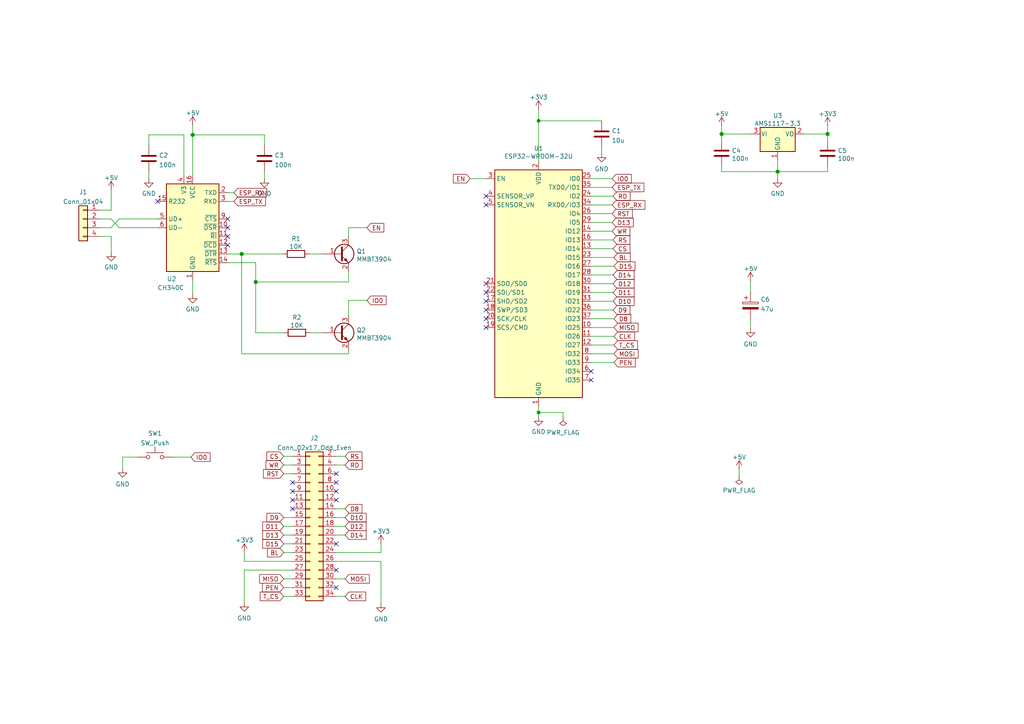
<source format=kicad_sch>
(kicad_sch (version 20211123) (generator eeschema)
  (paper "A4")
  (lib_symbols
    (symbol "Connector_Generic:Conn_01x04" (pin_names (offset 1.016) hide)
      (property "Reference" "J" (at 0 5.08 0))
      (property "Value" "Conn_01x04" (at 0 -7.62 0))
      (symbol "Conn_01x04_1_1"
        (rectangle (start -1.27 -4.953) (end 0 -5.207) (stroke (width 0.1524)))
        (rectangle (start -1.27 -2.413) (end 0 -2.667) (stroke (width 0.1524)))
        (rectangle (start -1.27 0.127) (end 0 -0.127) (stroke (width 0.1524)))
        (rectangle (start -1.27 2.667) (end 0 2.413) (stroke (width 0.1524)))
        (rectangle (start -1.27 3.81) (end 1.27 -6.35) (stroke (width 0.254)) (fill (type background)))
        (pin passive line (at -5.08 2.54 0) (length 3.81) (name "Pin_1") (number "1"))
        (pin passive line (at -5.08 0 0) (length 3.81) (name "Pin_2") (number "2"))
        (pin passive line (at -5.08 -2.54 0) (length 3.81) (name "Pin_3") (number "3"))
        (pin passive line (at -5.08 -5.08 0) (length 3.81) (name "Pin_4") (number "4"))
      )
    )
    (symbol "Connector_Generic:Conn_02x17_Odd_Even" (pin_names (offset 1.016) hide)
      (property "Reference" "J" (at 1.27 22.86 0))
      (property "Value" "Conn_02x17_Odd_Even" (at 1.27 -22.86 0))
      (symbol "Conn_02x17_Odd_Even_1_1"
        (rectangle (start -1.27 -20.193) (end 0 -20.447) (stroke (width 0.1524)))
        (rectangle (start -1.27 -17.653) (end 0 -17.907) (stroke (width 0.1524)))
        (rectangle (start -1.27 -15.113) (end 0 -15.367) (stroke (width 0.1524)))
        (rectangle (start -1.27 -12.573) (end 0 -12.827) (stroke (width 0.1524)))
        (rectangle (start -1.27 -10.033) (end 0 -10.287) (stroke (width 0.1524)))
        (rectangle (start -1.27 -7.493) (end 0 -7.747) (stroke (width 0.1524)))
        (rectangle (start -1.27 -4.953) (end 0 -5.207) (stroke (width 0.1524)))
        (rectangle (start -1.27 -2.413) (end 0 -2.667) (stroke (width 0.1524)))
        (rectangle (start -1.27 0.127) (end 0 -0.127) (stroke (width 0.1524)))
        (rectangle (start -1.27 2.667) (end 0 2.413) (stroke (width 0.1524)))
        (rectangle (start -1.27 5.207) (end 0 4.953) (stroke (width 0.1524)))
        (rectangle (start -1.27 7.747) (end 0 7.493) (stroke (width 0.1524)))
        (rectangle (start -1.27 10.287) (end 0 10.033) (stroke (width 0.1524)))
        (rectangle (start -1.27 12.827) (end 0 12.573) (stroke (width 0.1524)))
        (rectangle (start -1.27 15.367) (end 0 15.113) (stroke (width 0.1524)))
        (rectangle (start -1.27 17.907) (end 0 17.653) (stroke (width 0.1524)))
        (rectangle (start -1.27 20.447) (end 0 20.193) (stroke (width 0.1524)))
        (rectangle (start -1.27 21.59) (end 3.81 -21.59) (stroke (width 0.254)) (fill (type background)))
        (rectangle (start 3.81 -20.193) (end 2.54 -20.447) (stroke (width 0.1524)))
        (rectangle (start 3.81 -17.653) (end 2.54 -17.907) (stroke (width 0.1524)))
        (rectangle (start 3.81 -15.113) (end 2.54 -15.367) (stroke (width 0.1524)))
        (rectangle (start 3.81 -12.573) (end 2.54 -12.827) (stroke (width 0.1524)))
        (rectangle (start 3.81 -10.033) (end 2.54 -10.287) (stroke (width 0.1524)))
        (rectangle (start 3.81 -7.493) (end 2.54 -7.747) (stroke (width 0.1524)))
        (rectangle (start 3.81 -4.953) (end 2.54 -5.207) (stroke (width 0.1524)))
        (rectangle (start 3.81 -2.413) (end 2.54 -2.667) (stroke (width 0.1524)))
        (rectangle (start 3.81 0.127) (end 2.54 -0.127) (stroke (width 0.1524)))
        (rectangle (start 3.81 2.667) (end 2.54 2.413) (stroke (width 0.1524)))
        (rectangle (start 3.81 5.207) (end 2.54 4.953) (stroke (width 0.1524)))
        (rectangle (start 3.81 7.747) (end 2.54 7.493) (stroke (width 0.1524)))
        (rectangle (start 3.81 10.287) (end 2.54 10.033) (stroke (width 0.1524)))
        (rectangle (start 3.81 12.827) (end 2.54 12.573) (stroke (width 0.1524)))
        (rectangle (start 3.81 15.367) (end 2.54 15.113) (stroke (width 0.1524)))
        (rectangle (start 3.81 17.907) (end 2.54 17.653) (stroke (width 0.1524)))
        (rectangle (start 3.81 20.447) (end 2.54 20.193) (stroke (width 0.1524)))
        (pin passive line (at -5.08 20.32 0) (length 3.81) (name "Pin_1") (number "1"))
        (pin passive line (at 7.62 10.16 180) (length 3.81) (name "Pin_10") (number "10"))
        (pin passive line (at -5.08 7.62 0) (length 3.81) (name "Pin_11") (number "11"))
        (pin passive line (at 7.62 7.62 180) (length 3.81) (name "Pin_12") (number "12"))
        (pin passive line (at -5.08 5.08 0) (length 3.81) (name "Pin_13") (number "13"))
        (pin passive line (at 7.62 5.08 180) (length 3.81) (name "Pin_14") (number "14"))
        (pin passive line (at -5.08 2.54 0) (length 3.81) (name "Pin_15") (number "15"))
        (pin passive line (at 7.62 2.54 180) (length 3.81) (name "Pin_16") (number "16"))
        (pin passive line (at -5.08 0 0) (length 3.81) (name "Pin_17") (number "17"))
        (pin passive line (at 7.62 0 180) (length 3.81) (name "Pin_18") (number "18"))
        (pin passive line (at -5.08 -2.54 0) (length 3.81) (name "Pin_19") (number "19"))
        (pin passive line (at 7.62 20.32 180) (length 3.81) (name "Pin_2") (number "2"))
        (pin passive line (at 7.62 -2.54 180) (length 3.81) (name "Pin_20") (number "20"))
        (pin passive line (at -5.08 -5.08 0) (length 3.81) (name "Pin_21") (number "21"))
        (pin passive line (at 7.62 -5.08 180) (length 3.81) (name "Pin_22") (number "22"))
        (pin passive line (at -5.08 -7.62 0) (length 3.81) (name "Pin_23") (number "23"))
        (pin passive line (at 7.62 -7.62 180) (length 3.81) (name "Pin_24") (number "24"))
        (pin passive line (at -5.08 -10.16 0) (length 3.81) (name "Pin_25") (number "25"))
        (pin passive line (at 7.62 -10.16 180) (length 3.81) (name "Pin_26") (number "26"))
        (pin passive line (at -5.08 -12.7 0) (length 3.81) (name "Pin_27") (number "27"))
        (pin passive line (at 7.62 -12.7 180) (length 3.81) (name "Pin_28") (number "28"))
        (pin passive line (at -5.08 -15.24 0) (length 3.81) (name "Pin_29") (number "29"))
        (pin passive line (at -5.08 17.78 0) (length 3.81) (name "Pin_3") (number "3"))
        (pin passive line (at 7.62 -15.24 180) (length 3.81) (name "Pin_30") (number "30"))
        (pin passive line (at -5.08 -17.78 0) (length 3.81) (name "Pin_31") (number "31"))
        (pin passive line (at 7.62 -17.78 180) (length 3.81) (name "Pin_32") (number "32"))
        (pin passive line (at -5.08 -20.32 0) (length 3.81) (name "Pin_33") (number "33"))
        (pin passive line (at 7.62 -20.32 180) (length 3.81) (name "Pin_34") (number "34"))
        (pin passive line (at 7.62 17.78 180) (length 3.81) (name "Pin_4") (number "4"))
        (pin passive line (at -5.08 15.24 0) (length 3.81) (name "Pin_5") (number "5"))
        (pin passive line (at 7.62 15.24 180) (length 3.81) (name "Pin_6") (number "6"))
        (pin passive line (at -5.08 12.7 0) (length 3.81) (name "Pin_7") (number "7"))
        (pin passive line (at 7.62 12.7 180) (length 3.81) (name "Pin_8") (number "8"))
        (pin passive line (at -5.08 10.16 0) (length 3.81) (name "Pin_9") (number "9"))
      )
    )
    (symbol "Device:C" (pin_numbers hide) (pin_names (offset 0.254))
      (property "Reference" "C" (at 0.635 2.54 0))
      (property "Value" "C" (at 0.635 -2.54 0))
      (symbol "C_0_1"
        (polyline (pts (xy -2.032 -0.762) (xy 2.032 -0.762)) (stroke (width 0.508)))
        (polyline (pts (xy -2.032 0.762) (xy 2.032 0.762)) (stroke (width 0.508)))
      )
      (symbol "C_1_1"
        (pin passive line (at 0 3.81 270) (length 2.794) (name "~") (number "1"))
        (pin passive line (at 0 -3.81 90) (length 2.794) (name "~") (number "2"))
      )
    )
    (symbol "Device:CP" (pin_numbers hide) (pin_names (offset 0.254))
      (property "Reference" "C" (at 0.635 2.54 0))
      (property "Value" "CP" (at 0.635 -2.54 0))
      (symbol "CP_0_1"
        (rectangle (start -2.286 0.508) (end -2.286 1.016))
        (rectangle (start -2.286 0.508) (end 2.286 0.508))
        (polyline (pts (xy -1.778 2.286) (xy -0.762 2.286)))
        (polyline (pts (xy -1.27 2.794) (xy -1.27 1.778)))
        (rectangle (start 2.286 -0.508) (end -2.286 -1.016) (fill (type outline)))
        (rectangle (start 2.286 1.016) (end -2.286 1.016))
        (rectangle (start 2.286 1.016) (end 2.286 0.508))
      )
      (symbol "CP_1_1"
        (pin passive line (at 0 3.81 270) (length 2.794) (name "~") (number "1"))
        (pin passive line (at 0 -3.81 90) (length 2.794) (name "~") (number "2"))
      )
    )
    (symbol "Device:Q_NPN_BEC" (pin_names (offset 0) hide)
      (property "Reference" "Q" (at 5.08 1.27 0))
      (property "Value" "Q_NPN_BEC" (at 5.08 -1.27 0))
      (symbol "Q_NPN_BEC_0_1"
        (polyline (pts (xy 0.635 0.635) (xy 2.54 2.54)))
        (polyline (pts (xy 0.635 -0.635) (xy 2.54 -2.54) (xy 2.54 -2.54)))
        (polyline (pts (xy 0.635 1.905) (xy 0.635 -1.905) (xy 0.635 -1.905)) (stroke (width 0.508)))
        (polyline (pts (xy 1.27 -1.778) (xy 1.778 -1.27) (xy 2.286 -2.286) (xy 1.27 -1.778) (xy 1.27 -1.778)) (fill (type outline)))
        (circle (center 1.27 0) (radius 2.8194) (stroke (width 0.254)))
      )
      (symbol "Q_NPN_BEC_1_1"
        (pin input line (at -5.08 0 0) (length 5.715) (name "B") (number "1"))
        (pin passive line (at 2.54 -5.08 90) (length 2.54) (name "E") (number "2"))
        (pin passive line (at 2.54 5.08 270) (length 2.54) (name "C") (number "3"))
      )
    )
    (symbol "Device:R" (pin_numbers hide) (pin_names (offset 0))
      (property "Reference" "R" (at 2.032 0 90))
      (property "Value" "R" (at 0 0 90))
      (symbol "R_0_1"
        (rectangle (start -1.016 -2.54) (end 1.016 2.54) (stroke (width 0.254)))
      )
      (symbol "R_1_1"
        (pin passive line (at 0 3.81 270) (length 1.27) (name "~") (number "1"))
        (pin passive line (at 0 -3.81 90) (length 1.27) (name "~") (number "2"))
      )
    )
    (symbol "Interface_USB:CH340C"
      (property "Reference" "U" (at -5.08 13.97 0))
      (property "Value" "CH340C" (at 1.27 13.97 0))
      (symbol "CH340C_0_1"
        (rectangle (start -7.62 12.7) (end 7.62 -12.7) (stroke (width 0.254)) (fill (type background)))
      )
      (symbol "CH340C_1_1"
        (pin power_in line (at 0 -15.24 90) (length 2.54) (name "GND") (number "1"))
        (pin input line (at 10.16 0 180) (length 2.54) (name "~{DSR}") (number "10"))
        (pin input line (at 10.16 -2.54 180) (length 2.54) (name "~{RI}") (number "11"))
        (pin input line (at 10.16 -5.08 180) (length 2.54) (name "~{DCD}") (number "12"))
        (pin output line (at 10.16 -7.62 180) (length 2.54) (name "~{DTR}") (number "13"))
        (pin output line (at 10.16 -10.16 180) (length 2.54) (name "~{RTS}") (number "14"))
        (pin input line (at -10.16 7.62 0) (length 2.54) (name "R232") (number "15"))
        (pin power_in line (at 0 15.24 270) (length 2.54) (name "VCC") (number "16"))
        (pin output line (at 10.16 10.16 180) (length 2.54) (name "TXD") (number "2"))
        (pin input line (at 10.16 7.62 180) (length 2.54) (name "RXD") (number "3"))
        (pin passive line (at -2.54 15.24 270) (length 2.54) (name "V3") (number "4"))
        (pin bidirectional line (at -10.16 2.54 0) (length 2.54) (name "UD+") (number "5"))
        (pin bidirectional line (at -10.16 0 0) (length 2.54) (name "UD-") (number "6"))
        (pin no_connect line (at -7.62 -7.62 0) (length 2.54) hide (name "NC") (number "7"))
        (pin no_connect line (at -7.62 -10.16 0) (length 2.54) hide (name "NC") (number "8"))
        (pin input line (at 10.16 2.54 180) (length 2.54) (name "~{CTS}") (number "9"))
      )
    )
    (symbol "RF_Module:ESP32-WROOM-32U"
      (property "Reference" "U" (at -12.7 34.29 0))
      (property "Value" "ESP32-WROOM-32U" (at 1.27 34.29 0))
      (symbol "ESP32-WROOM-32U_0_1"
        (rectangle (start -12.7 33.02) (end 12.7 -33.02) (stroke (width 0.254)) (fill (type background)))
      )
      (symbol "ESP32-WROOM-32U_1_1"
        (pin power_in line (at 0 -35.56 90) (length 2.54) (name "GND") (number "1"))
        (pin bidirectional line (at 15.24 -12.7 180) (length 2.54) (name "IO25") (number "10"))
        (pin bidirectional line (at 15.24 -15.24 180) (length 2.54) (name "IO26") (number "11"))
        (pin bidirectional line (at 15.24 -17.78 180) (length 2.54) (name "IO27") (number "12"))
        (pin bidirectional line (at 15.24 10.16 180) (length 2.54) (name "IO14") (number "13"))
        (pin bidirectional line (at 15.24 15.24 180) (length 2.54) (name "IO12") (number "14"))
        (pin passive line (at 0 -35.56 90) (length 2.54) hide (name "GND") (number "15"))
        (pin bidirectional line (at 15.24 12.7 180) (length 2.54) (name "IO13") (number "16"))
        (pin bidirectional line (at -15.24 -5.08 0) (length 2.54) (name "SHD/SD2") (number "17"))
        (pin bidirectional line (at -15.24 -7.62 0) (length 2.54) (name "SWP/SD3") (number "18"))
        (pin bidirectional line (at -15.24 -12.7 0) (length 2.54) (name "SCS/CMD") (number "19"))
        (pin power_in line (at 0 35.56 270) (length 2.54) (name "VDD") (number "2"))
        (pin bidirectional line (at -15.24 -10.16 0) (length 2.54) (name "SCK/CLK") (number "20"))
        (pin bidirectional line (at -15.24 0 0) (length 2.54) (name "SDO/SD0") (number "21"))
        (pin bidirectional line (at -15.24 -2.54 0) (length 2.54) (name "SDI/SD1") (number "22"))
        (pin bidirectional line (at 15.24 7.62 180) (length 2.54) (name "IO15") (number "23"))
        (pin bidirectional line (at 15.24 25.4 180) (length 2.54) (name "IO2") (number "24"))
        (pin bidirectional line (at 15.24 30.48 180) (length 2.54) (name "IO0") (number "25"))
        (pin bidirectional line (at 15.24 20.32 180) (length 2.54) (name "IO4") (number "26"))
        (pin bidirectional line (at 15.24 5.08 180) (length 2.54) (name "IO16") (number "27"))
        (pin bidirectional line (at 15.24 2.54 180) (length 2.54) (name "IO17") (number "28"))
        (pin bidirectional line (at 15.24 17.78 180) (length 2.54) (name "IO5") (number "29"))
        (pin input line (at -15.24 30.48 0) (length 2.54) (name "EN") (number "3"))
        (pin bidirectional line (at 15.24 0 180) (length 2.54) (name "IO18") (number "30"))
        (pin bidirectional line (at 15.24 -2.54 180) (length 2.54) (name "IO19") (number "31"))
        (pin no_connect line (at -12.7 -27.94 0) (length 2.54) hide (name "NC") (number "32"))
        (pin bidirectional line (at 15.24 -5.08 180) (length 2.54) (name "IO21") (number "33"))
        (pin bidirectional line (at 15.24 22.86 180) (length 2.54) (name "RXD0/IO3") (number "34"))
        (pin bidirectional line (at 15.24 27.94 180) (length 2.54) (name "TXD0/IO1") (number "35"))
        (pin bidirectional line (at 15.24 -7.62 180) (length 2.54) (name "IO22") (number "36"))
        (pin bidirectional line (at 15.24 -10.16 180) (length 2.54) (name "IO23") (number "37"))
        (pin passive line (at 0 -35.56 90) (length 2.54) hide (name "GND") (number "38"))
        (pin passive line (at 0 -35.56 90) (length 2.54) hide (name "GND") (number "39"))
        (pin input line (at -15.24 25.4 0) (length 2.54) (name "SENSOR_VP") (number "4"))
        (pin input line (at -15.24 22.86 0) (length 2.54) (name "SENSOR_VN") (number "5"))
        (pin input line (at 15.24 -25.4 180) (length 2.54) (name "IO34") (number "6"))
        (pin input line (at 15.24 -27.94 180) (length 2.54) (name "IO35") (number "7"))
        (pin bidirectional line (at 15.24 -20.32 180) (length 2.54) (name "IO32") (number "8"))
        (pin bidirectional line (at 15.24 -22.86 180) (length 2.54) (name "IO33") (number "9"))
      )
    )
    (symbol "Regulator_Linear:AMS1117-3.3" (pin_names (offset 0.254))
      (property "Reference" "U" (at -3.81 3.175 0))
      (property "Value" "AMS1117-3.3" (at 0 3.175 0))
      (symbol "AMS1117-3.3_0_1"
        (rectangle (start -5.08 -5.08) (end 5.08 1.905) (stroke (width 0.254)) (fill (type background)))
      )
      (symbol "AMS1117-3.3_1_1"
        (pin power_in line (at 0 -7.62 90) (length 2.54) (name "GND") (number "1"))
        (pin power_out line (at 7.62 0 180) (length 2.54) (name "VO") (number "2"))
        (pin power_in line (at -7.62 0 0) (length 2.54) (name "VI") (number "3"))
      )
    )
    (symbol "Switch:SW_Push" (pin_numbers hide) (pin_names (offset 1.016) hide)
      (property "Reference" "SW" (at 1.27 2.54 0))
      (property "Value" "SW_Push" (at 0 -1.524 0))
      (symbol "SW_Push_0_1"
        (circle (center -2.032 0) (radius 0.508))
        (polyline (pts (xy 0 1.27) (xy 0 3.048)))
        (polyline (pts (xy 2.54 1.27) (xy -2.54 1.27)))
        (circle (center 2.032 0) (radius 0.508))
        (pin passive line (at -5.08 0 0) (length 2.54) (name "1") (number "1"))
        (pin passive line (at 5.08 0 180) (length 2.54) (name "2") (number "2"))
      )
    )
    (symbol "power:+3.3V" (power) (pin_names (offset 0))
      (property "Value" "+3.3V" (at 0 3.556 0))
      (symbol "+3.3V_0_1"
        (polyline (pts (xy -0.762 1.27) (xy 0 2.54)))
        (polyline (pts (xy 0 0) (xy 0 2.54)))
        (polyline (pts (xy 0 2.54) (xy 0.762 1.27)))
      )
      (symbol "+3.3V_1_1"
        (pin power_in line (at 0 0 90) (length 0) hide (name "+3V3") (number "1"))
      )
    )
    (symbol "power:+3V3" (power) (pin_names (offset 0))
      (property "Value" "+3V3" (at 0 3.556 0))
      (symbol "+3V3_0_1"
        (polyline (pts (xy -0.762 1.27) (xy 0 2.54)))
        (polyline (pts (xy 0 0) (xy 0 2.54)))
        (polyline (pts (xy 0 2.54) (xy 0.762 1.27)))
      )
      (symbol "+3V3_1_1"
        (pin power_in line (at 0 0 90) (length 0) hide (name "+3V3") (number "1"))
      )
    )
    (symbol "power:+5V" (power) (pin_names (offset 0))
      (property "Value" "+5V" (at 0 3.556 0))
      (symbol "+5V_0_1"
        (polyline (pts (xy -0.762 1.27) (xy 0 2.54)))
        (polyline (pts (xy 0 0) (xy 0 2.54)))
        (polyline (pts (xy 0 2.54) (xy 0.762 1.27)))
      )
      (symbol "+5V_1_1"
        (pin power_in line (at 0 0 90) (length 0) hide (name "+5V") (number "1"))
      )
    )
    (symbol "power:GND" (power) (pin_names (offset 0))
      (property "Value" "GND" (at 0 -3.81 0))
      (symbol "GND_0_1"
        (polyline (pts (xy 0 0) (xy 0 -1.27) (xy 1.27 -1.27) (xy 0 -2.54) (xy -1.27 -1.27) (xy 0 -1.27)))
      )
      (symbol "GND_1_1"
        (pin power_in line (at 0 0 270) (length 0) hide (name "GND") (number "1"))
      )
    )
    (symbol "power:PWR_FLAG" (power) (pin_numbers hide) (pin_names (offset 0) hide)
      (property "Value" "PWR_FLAG" (at 0 3.81 0))
      (symbol "PWR_FLAG_0_0"
        (pin power_out line (at 0 0 90) (length 0) (name "pwr") (number "1"))
      )
      (symbol "PWR_FLAG_0_1"
        (polyline (pts (xy 0 0) (xy 0 1.27) (xy -1.016 1.905) (xy 0 2.54) (xy 1.016 1.905) (xy 0 1.27)))
      )
    )
  )
  (junction (at 156.21 119.634))
  (junction (at 55.88 39.116) (diameter 1.016))
  (junction (at 70.104 73.66) (diameter 1.016))
  (junction (at 74.168 81.788) (diameter 1.016))
  (junction (at 225.552 49.784) (diameter 1.016))
  (junction (at 209.296 38.862) (diameter 1.016))
  (junction (at 240.03 38.862) (diameter 1.016))
  (junction (at 156.21 35.052))
  (no_connect (at 45.72 58.42))
  (no_connect (at 66.04 63.5))
  (no_connect (at 66.04 66.04))
  (no_connect (at 66.04 68.58))
  (no_connect (at 66.04 71.12))
  (no_connect (at 97.536 165.354))
  (no_connect (at 97.536 170.434))
  (no_connect (at 140.97 56.896))
  (no_connect (at 140.97 59.436))
  (no_connect (at 140.97 82.296))
  (no_connect (at 140.97 84.836))
  (no_connect (at 84.836 139.954))
  (no_connect (at 97.536 139.954))
  (no_connect (at 84.836 142.494))
  (no_connect (at 97.536 145.034))
  (no_connect (at 97.536 142.494))
  (no_connect (at 97.536 137.414))
  (no_connect (at 84.836 145.034))
  (no_connect (at 84.836 147.574))
  (no_connect (at 97.536 157.734))
  (no_connect (at 171.45 107.696))
  (no_connect (at 171.45 110.236))
  (no_connect (at 140.97 87.376))
  (no_connect (at 140.97 89.916))
  (no_connect (at 140.97 92.456))
  (no_connect (at 140.97 94.996))
  (wire (pts (xy 171.45 77.216) (xy 178.054 77.216)))
  (wire (pts (xy 171.45 64.516) (xy 177.546 64.516)))
  (wire (pts (xy 156.21 117.856) (xy 156.21 119.634)))
  (wire (pts (xy 35.56 135.89) (xy 35.56 132.588)))
  (wire (pts (xy 82.296 170.434) (xy 84.836 170.434)))
  (wire (pts (xy 171.45 54.356) (xy 177.546 54.356)))
  (wire (pts (xy 110.49 160.274) (xy 97.536 160.274)))
  (wire (pts (xy 82.296 155.194) (xy 84.836 155.194)))
  (wire (pts (xy 171.45 69.596) (xy 177.8 69.596)))
  (wire (pts (xy 217.678 92.456) (xy 217.678 95.25)))
  (wire (pts (xy 171.45 105.156) (xy 178.054 105.156)))
  (wire (pts (xy 171.45 51.816) (xy 177.546 51.816)))
  (wire (pts (xy 97.536 134.874) (xy 100.076 134.874)))
  (wire (pts (xy 110.49 162.814) (xy 97.536 162.814)))
  (wire (pts (xy 82.296 152.654) (xy 84.836 152.654)))
  (wire (pts (xy 76.708 49.784) (xy 76.708 51.816)))
  (wire (pts (xy 82.296 150.114) (xy 84.836 150.114)))
  (wire (pts (xy 97.536 172.974) (xy 100.076 172.974)))
  (wire (pts (xy 32.258 68.58) (xy 32.258 73.152)))
  (wire (pts (xy 70.866 160.274) (xy 70.866 162.814)))
  (wire (pts (xy 70.866 174.752) (xy 70.866 165.354)))
  (wire (pts (xy 171.45 82.296) (xy 177.8 82.296)))
  (wire (pts (xy 240.03 36.576) (xy 240.03 38.862)))
  (wire (pts (xy 240.03 38.862) (xy 240.03 40.64)))
  (wire (pts (xy 29.21 66.04) (xy 32.258 66.04)))
  (wire (pts (xy 82.296 137.414) (xy 84.836 137.414)))
  (wire (pts (xy 82.296 160.274) (xy 84.836 160.274)))
  (wire (pts (xy 209.296 49.784) (xy 225.552 49.784)))
  (wire (pts (xy 171.45 72.136) (xy 177.8 72.136)))
  (wire (pts (xy 66.04 76.2) (xy 74.168 76.2)))
  (wire (pts (xy 74.168 76.2) (xy 74.168 81.788)))
  (wire (pts (xy 74.168 81.788) (xy 74.168 96.52)))
  (wire (pts (xy 74.168 96.52) (xy 82.296 96.52)))
  (wire (pts (xy 171.45 84.836) (xy 177.8 84.836)))
  (wire (pts (xy 43.18 49.784) (xy 43.18 51.816)))
  (wire (pts (xy 156.21 119.634) (xy 156.21 120.904)))
  (wire (pts (xy 82.296 172.974) (xy 84.836 172.974)))
  (wire (pts (xy 34.544 63.5) (xy 45.72 63.5)))
  (wire (pts (xy 217.678 81.534) (xy 217.678 84.836)))
  (wire (pts (xy 55.88 36.322) (xy 55.88 39.116)))
  (wire (pts (xy 171.45 92.456) (xy 178.054 92.456)))
  (wire (pts (xy 32.258 66.04) (xy 34.544 63.5)))
  (wire (pts (xy 174.498 42.672) (xy 174.498 44.45)))
  (wire (pts (xy 240.03 49.784) (xy 225.552 49.784)))
  (wire (pts (xy 66.04 73.66) (xy 70.104 73.66)))
  (wire (pts (xy 70.104 73.66) (xy 82.042 73.66)))
  (wire (pts (xy 32.258 55.118) (xy 32.258 60.96)))
  (wire (pts (xy 101.092 66.04) (xy 101.092 68.58)))
  (wire (pts (xy 106.426 66.04) (xy 101.092 66.04)))
  (wire (pts (xy 82.296 157.734) (xy 84.836 157.734)))
  (wire (pts (xy 55.88 39.116) (xy 55.88 50.8)))
  (wire (pts (xy 163.322 119.634) (xy 156.21 119.634)))
  (wire (pts (xy 97.536 152.654) (xy 100.076 152.654)))
  (wire (pts (xy 171.45 94.996) (xy 178.054 94.996)))
  (wire (pts (xy 163.322 120.904) (xy 163.322 119.634)))
  (wire (pts (xy 32.258 63.5) (xy 34.544 66.04)))
  (wire (pts (xy 110.49 175.006) (xy 110.49 162.814)))
  (wire (pts (xy 97.536 155.194) (xy 100.076 155.194)))
  (wire (pts (xy 50.038 132.588) (xy 55.372 132.588)))
  (wire (pts (xy 171.45 61.976) (xy 177.546 61.976)))
  (wire (pts (xy 209.296 36.576) (xy 209.296 38.862)))
  (wire (pts (xy 209.296 38.862) (xy 217.932 38.862)))
  (wire (pts (xy 97.536 167.894) (xy 100.076 167.894)))
  (wire (pts (xy 43.18 39.116) (xy 53.34 39.116)))
  (wire (pts (xy 43.18 42.164) (xy 43.18 39.116)))
  (wire (pts (xy 53.34 39.116) (xy 53.34 50.8)))
  (wire (pts (xy 110.49 157.734) (xy 110.49 160.274)))
  (wire (pts (xy 35.56 132.588) (xy 39.878 132.588)))
  (wire (pts (xy 156.21 31.75) (xy 156.21 35.052)))
  (wire (pts (xy 209.296 48.26) (xy 209.296 49.784)))
  (wire (pts (xy 29.21 68.58) (xy 32.258 68.58)))
  (wire (pts (xy 66.04 58.42) (xy 67.818 58.42)))
  (wire (pts (xy 66.04 55.88) (xy 67.818 55.88)))
  (wire (pts (xy 55.88 81.28) (xy 55.88 85.344)))
  (wire (pts (xy 101.092 78.74) (xy 101.092 81.788)))
  (wire (pts (xy 101.092 81.788) (xy 74.168 81.788)))
  (wire (pts (xy 171.45 102.616) (xy 178.054 102.616)))
  (wire (pts (xy 29.21 63.5) (xy 32.258 63.5)))
  (wire (pts (xy 34.544 66.04) (xy 45.72 66.04)))
  (wire (pts (xy 156.21 35.052) (xy 156.21 46.736)))
  (wire (pts (xy 171.45 67.056) (xy 177.546 67.056)))
  (wire (pts (xy 89.662 73.66) (xy 93.472 73.66)))
  (wire (pts (xy 97.536 147.574) (xy 100.076 147.574)))
  (wire (pts (xy 101.092 87.122) (xy 101.092 91.44)))
  (wire (pts (xy 106.426 87.122) (xy 101.092 87.122)))
  (wire (pts (xy 171.45 56.896) (xy 177.8 56.896)))
  (wire (pts (xy 214.376 136.144) (xy 214.376 137.922)))
  (wire (pts (xy 233.172 38.862) (xy 240.03 38.862)))
  (wire (pts (xy 70.866 165.354) (xy 84.836 165.354)))
  (wire (pts (xy 76.708 39.116) (xy 55.88 39.116)))
  (wire (pts (xy 76.708 42.164) (xy 76.708 39.116)))
  (wire (pts (xy 97.536 150.114) (xy 100.076 150.114)))
  (wire (pts (xy 171.45 79.756) (xy 177.8 79.756)))
  (wire (pts (xy 82.296 134.874) (xy 84.836 134.874)))
  (wire (pts (xy 82.296 167.894) (xy 84.836 167.894)))
  (wire (pts (xy 171.45 87.376) (xy 177.8 87.376)))
  (wire (pts (xy 171.45 100.076) (xy 178.054 100.076)))
  (wire (pts (xy 97.536 132.334) (xy 100.076 132.334)))
  (wire (pts (xy 70.866 162.814) (xy 84.836 162.814)))
  (wire (pts (xy 240.03 49.784) (xy 240.03 48.26)))
  (wire (pts (xy 82.296 132.334) (xy 84.836 132.334)))
  (wire (pts (xy 225.552 46.482) (xy 225.552 49.784)))
  (wire (pts (xy 225.552 49.784) (xy 225.552 51.816)))
  (wire (pts (xy 156.21 35.052) (xy 174.498 35.052)))
  (wire (pts (xy 171.45 59.436) (xy 177.546 59.436)))
  (wire (pts (xy 171.45 97.536) (xy 178.054 97.536)))
  (wire (pts (xy 171.45 74.676) (xy 178.054 74.676)))
  (wire (pts (xy 171.45 89.916) (xy 177.8 89.916)))
  (wire (pts (xy 89.916 96.52) (xy 93.472 96.52)))
  (wire (pts (xy 209.296 38.862) (xy 209.296 40.64)))
  (wire (pts (xy 136.398 51.816) (xy 140.97 51.816)))
  (wire (pts (xy 70.104 102.616) (xy 70.104 73.66)))
  (wire (pts (xy 101.092 101.6) (xy 101.092 102.616)))
  (wire (pts (xy 101.092 102.616) (xy 70.104 102.616)))
  (wire (pts (xy 32.258 60.96) (xy 29.21 60.96)))
  (global_label "EN" (shape input) (at 136.398 51.816 180) (property "Intersheet References" "${INTERSHEET_REFS}" (effects hide)))
  (global_label "MISO" (shape input) (at 178.054 94.996 0) (property "Intersheet References" "${INTERSHEET_REFS}" (effects hide)))
  (global_label "ESP_TX" (shape input) (at 67.818 58.42 0) (property "Intersheet References" "${INTERSHEET_REFS}" (effects hide)))
  (global_label "RD" (shape input) (at 100.076 134.874 0) (property "Intersheet References" "${INTERSHEET_REFS}" (effects hide)))
  (global_label "D11" (shape input) (at 82.296 152.654 180) (property "Intersheet References" "${INTERSHEET_REFS}" (effects hide)))
  (global_label "WR" (shape input) (at 177.546 67.056 0) (property "Intersheet References" "${INTERSHEET_REFS}" (effects hide)))
  (global_label "IO0" (shape input) (at 177.546 51.816 0) (property "Intersheet References" "${INTERSHEET_REFS}" (effects hide)))
  (global_label "D10" (shape input) (at 177.8 87.376 0) (property "Intersheet References" "${INTERSHEET_REFS}" (effects hide)))
  (global_label "D14" (shape input) (at 100.076 155.194 0) (property "Intersheet References" "${INTERSHEET_REFS}" (effects hide)))
  (global_label "D8" (shape input) (at 100.076 147.574 0) (property "Intersheet References" "${INTERSHEET_REFS}" (effects hide)))
  (global_label "D15" (shape input) (at 178.054 77.216 0) (property "Intersheet References" "${INTERSHEET_REFS}" (effects hide)))
  (global_label "D11" (shape input) (at 177.8 84.836 0) (property "Intersheet References" "${INTERSHEET_REFS}" (effects hide)))
  (global_label "IO0" (shape input) (at 55.372 132.588 0) (property "Intersheet References" "${INTERSHEET_REFS}" (effects hide)))
  (global_label "CS" (shape input) (at 82.296 132.334 180) (property "Intersheet References" "${INTERSHEET_REFS}" (effects hide)))
  (global_label "CLK" (shape input) (at 100.076 172.974 0) (property "Intersheet References" "${INTERSHEET_REFS}" (effects hide)))
  (global_label "ESP_TX" (shape input) (at 177.546 54.356 0) (property "Intersheet References" "${INTERSHEET_REFS}" (effects hide)))
  (global_label "ESP_RX" (shape input) (at 67.818 55.88 0) (property "Intersheet References" "${INTERSHEET_REFS}" (effects hide)))
  (global_label "D15" (shape input) (at 82.296 157.734 180) (property "Intersheet References" "${INTERSHEET_REFS}" (effects hide)))
  (global_label "D13" (shape input) (at 177.546 64.516 0) (property "Intersheet References" "${INTERSHEET_REFS}" (effects hide)))
  (global_label "D9" (shape input) (at 177.8 89.916 0) (property "Intersheet References" "${INTERSHEET_REFS}" (effects hide)))
  (global_label "EN" (shape input) (at 106.426 66.04 0) (property "Intersheet References" "${INTERSHEET_REFS}" (effects hide)))
  (global_label "IO0" (shape input) (at 106.426 87.122 0) (property "Intersheet References" "${INTERSHEET_REFS}" (effects hide)))
  (global_label "RD" (shape input) (at 177.8 56.896 0) (property "Intersheet References" "${INTERSHEET_REFS}" (effects hide)))
  (global_label "MISO" (shape input) (at 82.296 167.894 180) (property "Intersheet References" "${INTERSHEET_REFS}" (effects hide)))
  (global_label "RST" (shape input) (at 177.546 61.976 0) (property "Intersheet References" "${INTERSHEET_REFS}" (effects hide)))
  (global_label "MOSI" (shape input) (at 178.054 102.616 0) (property "Intersheet References" "${INTERSHEET_REFS}" (effects hide)))
  (global_label "D13" (shape input) (at 82.296 155.194 180) (property "Intersheet References" "${INTERSHEET_REFS}" (effects hide)))
  (global_label "D12" (shape input) (at 177.8 82.296 0) (property "Intersheet References" "${INTERSHEET_REFS}" (effects hide)))
  (global_label "D9" (shape input) (at 82.296 150.114 180) (property "Intersheet References" "${INTERSHEET_REFS}" (effects hide)))
  (global_label "CS" (shape input) (at 177.8 72.136 0) (property "Intersheet References" "${INTERSHEET_REFS}" (effects hide)))
  (global_label "T_CS" (shape input) (at 178.054 100.076 0) (property "Intersheet References" "${INTERSHEET_REFS}" (effects hide)))
  (global_label "T_CS" (shape input) (at 82.296 172.974 180) (property "Intersheet References" "${INTERSHEET_REFS}" (effects hide)))
  (global_label "BL" (shape input) (at 82.296 160.274 180) (property "Intersheet References" "${INTERSHEET_REFS}" (effects hide)))
  (global_label "RS" (shape input) (at 100.076 132.334 0) (property "Intersheet References" "${INTERSHEET_REFS}" (effects hide)))
  (global_label "D10" (shape input) (at 100.076 150.114 0) (property "Intersheet References" "${INTERSHEET_REFS}" (effects hide)))
  (global_label "MOSI" (shape input) (at 100.076 167.894 0) (property "Intersheet References" "${INTERSHEET_REFS}" (effects hide)))
  (global_label "PEN" (shape input) (at 178.054 105.156 0) (property "Intersheet References" "${INTERSHEET_REFS}" (effects hide)))
  (global_label "BL" (shape input) (at 178.054 74.676 0) (property "Intersheet References" "${INTERSHEET_REFS}" (effects hide)))
  (global_label "D8" (shape input) (at 178.054 92.456 0) (property "Intersheet References" "${INTERSHEET_REFS}" (effects hide)))
  (global_label "RS" (shape input) (at 177.8 69.596 0) (property "Intersheet References" "${INTERSHEET_REFS}" (effects hide)))
  (global_label "RST" (shape input) (at 82.296 137.414 180) (property "Intersheet References" "${INTERSHEET_REFS}" (effects hide)))
  (global_label "CLK" (shape input) (at 178.054 97.536 0) (property "Intersheet References" "${INTERSHEET_REFS}" (effects hide)))
  (global_label "ESP_RX" (shape input) (at 177.546 59.436 0) (property "Intersheet References" "${INTERSHEET_REFS}" (effects hide)))
  (global_label "D12" (shape input) (at 100.076 152.654 0) (property "Intersheet References" "${INTERSHEET_REFS}" (effects hide)))
  (global_label "WR" (shape input) (at 82.296 134.874 180) (property "Intersheet References" "${INTERSHEET_REFS}" (effects hide)))
  (global_label "D14" (shape input) (at 177.8 79.756 0) (property "Intersheet References" "${INTERSHEET_REFS}" (effects hide)))
  (global_label "PEN" (shape input) (at 82.296 170.434 180) (property "Intersheet References" "${INTERSHEET_REFS}" (effects hide)))
  (symbol (lib_id "power:GND") (at 43.18 51.816 0) (unit 1)
    (property "Reference" "#PWR08" (effects hide))
    (property "Value" "GND" (at 43.18 56.1404 0))
  )
  (symbol (lib_id "power:PWR_FLAG") (at 163.322 120.904 180) (unit 1)
    (property "Reference" "#FLG0101" (effects hide))
    (property "Value" "PWR_FLAG" (at 163.322 125.4665 0))
  )
  (symbol (lib_id "Device:R") (at 86.106 96.52 90) (unit 1)
    (property "Reference" "R2" (at 86.106 92.0708 90))
    (property "Value" "10K" (at 86.106 94.3695 90))
    (property "Footprint" "Resistor_SMD:R_0603_1608Metric" (effects hide))
  )
  (symbol (lib_id "power:+3.3V") (at 240.03 36.576 0) (unit 1)
    (property "Reference" "#PWR017" (effects hide))
    (property "Value" "+3.3V" (at 240.03 33.0286 0))
  )
  (symbol (lib_id "Switch:SW_Push") (at 44.958 132.588 0) (unit 1)
    (property "Reference" "SW1" (at 44.958 125.7005 0))
    (property "Value" "SW_Push" (at 44.958 128.4756 0))
    (property "Footprint" "Button_Switch_SMD:SW_Push_SPST_NO_Alps_SKRK" (effects hide))
  )
  (symbol (lib_id "power:+5V") (at 214.376 136.144 0) (unit 1)
    (property "Reference" "#PWR020" (effects hide))
    (property "Value" "+5V" (at 214.376 132.5966 0))
  )
  (symbol (lib_id "Device:C") (at 43.18 45.974 0) (unit 1)
    (property "Reference" "C2" (at 46.101 45.0655 0) (effects (justify left)))
    (property "Value" "100n" (at 46.101 47.8406 0) (effects (justify left)))
    (property "Footprint" "Capacitor_SMD:C_0603_1608Metric" (effects hide))
  )
  (symbol (lib_id "power:GND") (at 217.678 95.25 0) (unit 1)
    (property "Reference" "#PWR0109" (effects hide))
    (property "Value" "GND" (at 217.678 99.8125 0))
  )
  (symbol (lib_id "power:+3.3V") (at 110.49 157.734 0) (unit 1)
    (property "Reference" "#PWR0105" (effects hide))
    (property "Value" "+3.3V" (at 110.49 154.1295 0))
  )
  (symbol (lib_id "power:+5V") (at 209.296 36.576 0) (unit 1)
    (property "Reference" "#PWR015" (effects hide))
    (property "Value" "+5V" (at 209.296 33.0286 0))
  )
  (symbol (lib_id "Device:C") (at 240.03 44.45 0) (unit 1)
    (property "Reference" "C5" (at 242.9511 43.6891 0) (effects (justify left)))
    (property "Value" "100n" (at 242.9511 45.9878 0) (effects (justify left)))
    (property "Footprint" "Capacitor_SMD:C_0603_1608Metric" (effects hide))
  )
  (symbol (lib_id "Device:R") (at 85.852 73.66 90) (unit 1)
    (property "Reference" "R1" (at 85.852 69.2108 90))
    (property "Value" "10K" (at 85.852 71.5095 90))
    (property "Footprint" "Resistor_SMD:R_0603_1608Metric" (effects hide))
  )
  (symbol (lib_id "Device:C") (at 76.708 45.974 0) (unit 1)
    (property "Reference" "C3" (at 79.629 45.0655 0) (effects (justify left)))
    (property "Value" "100n" (at 79.629 47.8406 0) (effects (justify left)))
    (property "Footprint" "Capacitor_SMD:C_0603_1608Metric" (effects hide))
  )
  (symbol (lib_id "power:+5V") (at 217.678 81.534 0) (unit 1)
    (property "Reference" "#PWR0108" (effects hide))
    (property "Value" "+5V" (at 217.678 77.9295 0))
  )
  (symbol (lib_id "Device:Q_NPN_BEC") (at 98.552 73.66 0) (unit 1)
    (property "Reference" "Q1" (at 103.4035 72.8991 0) (effects (justify left)))
    (property "Value" "MMBT3904" (at 103.4035 75.1978 0) (effects (justify left)))
    (property "Footprint" "Package_TO_SOT_SMD:SOT-23" (effects hide))
  )
  (symbol (lib_id "RF_Module:ESP32-WROOM-32U") (at 156.21 82.296 0) (unit 1)
    (property "Reference" "U1" (at 156.21 43.0488 0))
    (property "Value" "ESP32-WROOM-32U" (at 156.21 45.3475 0))
    (property "Footprint" "RF_Module:ESP32-WROOM-32" (effects hide))
    (property "Datasheet" "https://www.espressif.com/sites/default/files/documentation/esp32-wroom-32d_esp32-wroom-32u_datasheet_en.pdf" (effects hide))
  )
  (symbol (lib_id "power:GND") (at 76.708 51.816 0) (unit 1)
    (property "Reference" "#PWR010" (effects hide))
    (property "Value" "GND" (at 76.708 56.1404 0))
  )
  (symbol (lib_id "power:PWR_FLAG") (at 214.376 137.922 180) (unit 1)
    (property "Reference" "#FLG01" (effects hide))
    (property "Value" "PWR_FLAG" (at 214.376 142.2464 0))
  )
  (symbol (lib_id "power:GND") (at 156.21 120.904 0) (unit 1)
    (property "Reference" "#PWR0102" (effects hide))
    (property "Value" "GND" (at 156.21 125.2284 0))
  )
  (symbol (lib_id "Connector_Generic:Conn_01x04") (at 24.13 63.5 0) (mirror y) (unit 1)
    (property "Reference" "J1" (at 24.13 55.7235 0))
    (property "Value" "Conn_01x04" (at 24.13 58.4986 0))
    (property "Footprint" "Connector_JST:JST_XH_B4B-XH-A_1x04_P2.50mm_Vertical" (effects hide))
  )
  (symbol (lib_id "power:+3.3V") (at 70.866 160.274 0) (unit 1)
    (property "Reference" "#PWR0103" (effects hide))
    (property "Value" "+3.3V" (at 70.866 156.6695 0))
  )
  (symbol (lib_id "Device:Q_NPN_BEC") (at 98.552 96.52 0) (unit 1)
    (property "Reference" "Q2" (at 103.4035 95.7591 0) (effects (justify left)))
    (property "Value" "MMBT3904" (at 103.4035 98.0578 0) (effects (justify left)))
    (property "Footprint" "Package_TO_SOT_SMD:SOT-23" (effects hide))
  )
  (symbol (lib_id "Interface_USB:CH340C") (at 55.88 66.04 0) (unit 1)
    (property "Reference" "U2" (at 49.784 80.9054 0))
    (property "Value" "CH340C" (at 49.53 83.4581 0))
    (property "Footprint" "Package_SO:SOIC-16_3.9x9.9mm_P1.27mm" (effects hide))
    (property "Datasheet" "https://datasheet.lcsc.com/szlcsc/Jiangsu-Qin-Heng-CH340C_C84681.pdf" (effects hide))
  )
  (symbol (lib_id "Device:CP") (at 217.678 88.646 0) (unit 1)
    (property "Reference" "C6" (at 220.599 86.8485 0) (effects (justify left)))
    (property "Value" "47u" (at 220.599 89.6236 0) (effects (justify left)))
    (property "Footprint" "Capacitor_Tantalum_SMD:CP_EIA-7343-43_Kemet-X" (effects hide))
  )
  (symbol (lib_id "Device:C") (at 209.296 44.45 0) (unit 1)
    (property "Reference" "C4" (at 212.2171 43.6891 0) (effects (justify left)))
    (property "Value" "100n" (at 212.2171 45.9878 0) (effects (justify left)))
    (property "Footprint" "Capacitor_SMD:C_0603_1608Metric" (effects hide))
  )
  (symbol (lib_id "Connector_Generic:Conn_02x17_Odd_Even") (at 89.916 152.654 0) (unit 1)
    (property "Reference" "J2" (at 91.186 127.0975 0))
    (property "Value" "Conn_02x17_Odd_Even" (at 91.186 129.8726 0))
    (property "Footprint" "Connector_PinHeader_2.54mm:PinHeader_2x17_P2.54mm_Vertical" (effects hide))
  )
  (symbol (lib_id "power:GND") (at 225.552 51.816 0) (unit 1)
    (property "Reference" "#PWR016" (effects hide))
    (property "Value" "GND" (at 225.552 56.1404 0))
  )
  (symbol (lib_id "power:GND") (at 35.56 135.89 0) (unit 1)
    (property "Reference" "#PWR01" (effects hide))
    (property "Value" "GND" (at 35.56 140.4525 0))
  )
  (symbol (lib_id "power:GND") (at 174.498 44.45 0) (unit 1)
    (property "Reference" "#PWR0107" (effects hide))
    (property "Value" "GND" (at 174.498 49.0125 0))
  )
  (symbol (lib_id "Regulator_Linear:AMS1117-3.3") (at 225.552 38.862 0) (unit 1)
    (property "Reference" "U3" (at 225.552 33.5238 0))
    (property "Value" "AMS1117-3.3" (at 225.552 35.8225 0))
    (property "Footprint" "Package_TO_SOT_SMD:SOT-223-3_TabPin2" (effects hide))
    (property "Datasheet" "http://www.advanced-monolithic.com/pdf/ds1117.pdf" (effects hide))
  )
  (symbol (lib_id "power:GND") (at 110.49 175.006 0) (unit 1)
    (property "Reference" "#PWR0106" (effects hide))
    (property "Value" "GND" (at 110.49 179.5685 0))
  )
  (symbol (lib_id "power:GND") (at 55.88 85.344 0) (unit 1)
    (property "Reference" "#PWR011" (effects hide))
    (property "Value" "GND" (at 55.88 89.6684 0))
  )
  (symbol (lib_id "power:GND") (at 70.866 174.752 0) (unit 1)
    (property "Reference" "#PWR0104" (effects hide))
    (property "Value" "GND" (at 70.866 179.3145 0))
  )
  (symbol (lib_id "power:+3V3") (at 156.21 31.75 0) (unit 1)
    (property "Reference" "#PWR0101" (effects hide))
    (property "Value" "+3V3" (at 156.21 28.2026 0))
  )
  (symbol (lib_id "power:+5V") (at 32.258 55.118 0) (unit 1)
    (property "Reference" "#PWR07" (effects hide))
    (property "Value" "+5V" (at 32.258 51.5706 0))
  )
  (symbol (lib_id "power:+5V") (at 55.88 36.322 0) (unit 1)
    (property "Reference" "#PWR09" (effects hide))
    (property "Value" "+5V" (at 55.88 32.7746 0))
  )
  (symbol (lib_id "Device:C") (at 174.498 38.862 0) (unit 1)
    (property "Reference" "C1" (at 177.419 37.9535 0) (effects (justify left)))
    (property "Value" "10u" (at 177.419 40.7286 0) (effects (justify left)))
    (property "Footprint" "Capacitor_SMD:C_0805_2012Metric" (effects hide))
  )
  (symbol (lib_id "power:GND") (at 32.258 73.152 0) (unit 1)
    (property "Reference" "#PWR06" (effects hide))
    (property "Value" "GND" (at 32.258 77.4764 0))
  )
)
</source>
